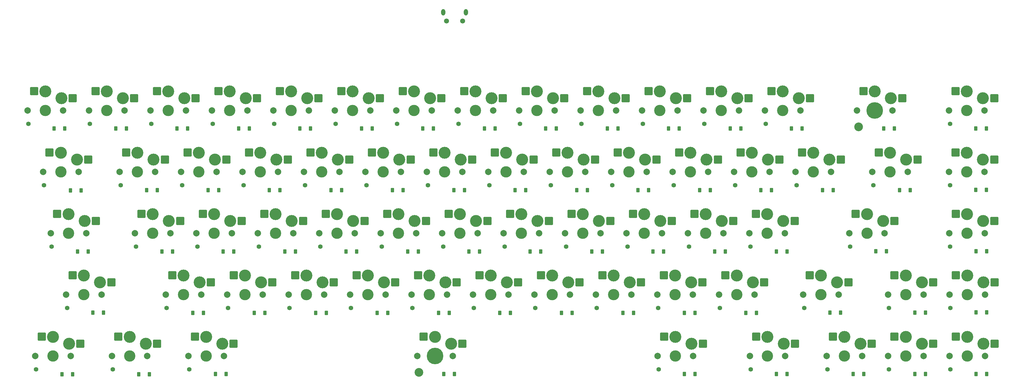
<source format=gbr>
%TF.GenerationSoftware,KiCad,Pcbnew,(6.0.1-0)*%
%TF.CreationDate,2022-09-18T11:43:05-04:00*%
%TF.ProjectId,keeb,6b656562-2e6b-4696-9361-645f70636258,rev?*%
%TF.SameCoordinates,Original*%
%TF.FileFunction,Soldermask,Bot*%
%TF.FilePolarity,Negative*%
%FSLAX46Y46*%
G04 Gerber Fmt 4.6, Leading zero omitted, Abs format (unit mm)*
G04 Created by KiCad (PCBNEW (6.0.1-0)) date 2022-09-18 11:43:05*
%MOMM*%
%LPD*%
G01*
G04 APERTURE LIST*
G04 Aperture macros list*
%AMRoundRect*
0 Rectangle with rounded corners*
0 $1 Rounding radius*
0 $2 $3 $4 $5 $6 $7 $8 $9 X,Y pos of 4 corners*
0 Add a 4 corners polygon primitive as box body*
4,1,4,$2,$3,$4,$5,$6,$7,$8,$9,$2,$3,0*
0 Add four circle primitives for the rounded corners*
1,1,$1+$1,$2,$3*
1,1,$1+$1,$4,$5*
1,1,$1+$1,$6,$7*
1,1,$1+$1,$8,$9*
0 Add four rect primitives between the rounded corners*
20,1,$1+$1,$2,$3,$4,$5,0*
20,1,$1+$1,$4,$5,$6,$7,0*
20,1,$1+$1,$6,$7,$8,$9,0*
20,1,$1+$1,$8,$9,$2,$3,0*%
G04 Aperture macros list end*
%ADD10C,1.550000*%
%ADD11O,1.300000X2.000000*%
%ADD12C,3.500000*%
%ADD13C,2.000000*%
%ADD14RoundRect,0.250000X-1.025000X-1.000000X1.025000X-1.000000X1.025000X1.000000X-1.025000X1.000000X0*%
%ADD15C,1.400000*%
%ADD16C,3.700000*%
%ADD17C,5.150000*%
%ADD18C,2.700000*%
%ADD19RoundRect,0.050000X0.450000X0.600000X-0.450000X0.600000X-0.450000X-0.600000X0.450000X-0.600000X0*%
G04 APERTURE END LIST*
D10*
%TO.C,J1*%
X150500000Y130037500D03*
D11*
X144500000Y132737500D03*
X151500000Y132737500D03*
D10*
X145500000Y130037500D03*
%TD*%
D12*
%TO.C,SW5*%
X23475000Y26100000D03*
D13*
X28975000Y26100000D03*
X17975000Y26100000D03*
D14*
X31975000Y29900000D03*
X19975000Y32100000D03*
D15*
X18255000Y21900000D03*
D16*
X23475000Y32000000D03*
X28475000Y29900000D03*
%TD*%
D14*
%TO.C,SW10*%
X55725000Y29900000D03*
D13*
X52725000Y26100000D03*
D12*
X47225000Y26100000D03*
D15*
X42005000Y21900000D03*
D14*
X43725000Y32100000D03*
D13*
X41725000Y26100000D03*
D16*
X47225000Y32000000D03*
X52225000Y29900000D03*
%TD*%
D12*
%TO.C,SW15*%
X70975000Y26100000D03*
D14*
X67475000Y32100000D03*
D15*
X65755000Y21900000D03*
D13*
X76475000Y26100000D03*
X65475000Y26100000D03*
D14*
X79475000Y29900000D03*
D16*
X70975000Y32000000D03*
X75975000Y29900000D03*
%TD*%
D14*
%TO.C,SW20*%
X274750000Y108300000D03*
D17*
X278250000Y102300000D03*
D13*
X272750000Y102300000D03*
X283750000Y102300000D03*
D18*
X273250000Y97150000D03*
D14*
X286750000Y106100000D03*
D16*
X278250000Y108200000D03*
X283250000Y106100000D03*
%TD*%
D13*
%TO.C,SW25*%
X288500000Y83250000D03*
D14*
X291500000Y87050000D03*
D15*
X277780000Y79050000D03*
D14*
X279500000Y89250000D03*
D12*
X283000000Y83250000D03*
D13*
X277500000Y83250000D03*
D16*
X283000000Y89150000D03*
X288000000Y87050000D03*
%TD*%
D14*
%TO.C,SW30*%
X284325000Y68000000D03*
D13*
X281325000Y64200000D03*
D15*
X270605000Y60000000D03*
D13*
X270325000Y64200000D03*
D12*
X275825000Y64200000D03*
D14*
X272325000Y70200000D03*
D16*
X275825000Y70100000D03*
X280825000Y68000000D03*
%TD*%
D13*
%TO.C,SW35*%
X147400000Y26100000D03*
D17*
X141900000Y26100000D03*
D13*
X136400000Y26100000D03*
D14*
X138400000Y32100000D03*
X150400000Y29900000D03*
D18*
X136900000Y20950000D03*
D16*
X141900000Y32000000D03*
X146900000Y29900000D03*
%TD*%
D15*
%TO.C,SW55*%
X211230000Y21900000D03*
D12*
X216450000Y26100000D03*
D14*
X212950000Y32100000D03*
X224950000Y29900000D03*
D13*
X221950000Y26100000D03*
X210950000Y26100000D03*
D16*
X216450000Y32000000D03*
X221450000Y29900000D03*
%TD*%
D13*
%TO.C,SW60*%
X250500000Y26100000D03*
D14*
X241500000Y32100000D03*
X253500000Y29900000D03*
D13*
X239500000Y26100000D03*
D12*
X245000000Y26100000D03*
D15*
X239780000Y21900000D03*
D16*
X245000000Y32000000D03*
X250000000Y29900000D03*
%TD*%
D13*
%TO.C,SW64*%
X256075000Y45150000D03*
X267075000Y45150000D03*
D15*
X256355000Y40950000D03*
D12*
X261575000Y45150000D03*
D14*
X270075000Y48950000D03*
X258075000Y51150000D03*
D16*
X261575000Y51050000D03*
X266575000Y48950000D03*
%TD*%
D15*
%TO.C,SW1*%
X15880000Y98100000D03*
D13*
X15600000Y102300000D03*
D14*
X29600000Y106100000D03*
X17600000Y108300000D03*
D12*
X21100000Y102300000D03*
D13*
X26600000Y102300000D03*
D16*
X21100000Y108200000D03*
X26100000Y106100000D03*
%TD*%
D14*
%TO.C,SW6*%
X48650000Y106100000D03*
D13*
X45650000Y102300000D03*
D15*
X34930000Y98100000D03*
D13*
X34650000Y102300000D03*
D14*
X36650000Y108300000D03*
D12*
X40150000Y102300000D03*
D16*
X40150000Y108200000D03*
X45150000Y106100000D03*
%TD*%
D14*
%TO.C,SW8*%
X62900000Y68000000D03*
D15*
X49180000Y60000000D03*
D13*
X48900000Y64200000D03*
X59900000Y64200000D03*
D14*
X50900000Y70200000D03*
D12*
X54400000Y64200000D03*
D16*
X54400000Y70100000D03*
X59400000Y68000000D03*
%TD*%
D13*
%TO.C,SW9*%
X58450000Y45150000D03*
X69450000Y45150000D03*
D14*
X72450000Y48950000D03*
D12*
X63950000Y45150000D03*
D14*
X60450000Y51150000D03*
D15*
X58730000Y40950000D03*
D16*
X63950000Y51050000D03*
X68950000Y48950000D03*
%TD*%
D13*
%TO.C,SW11*%
X64700000Y102300000D03*
X53700000Y102300000D03*
D14*
X55700000Y108300000D03*
D12*
X59200000Y102300000D03*
D15*
X53980000Y98100000D03*
D14*
X67700000Y106100000D03*
D16*
X59200000Y108200000D03*
X64200000Y106100000D03*
%TD*%
D14*
%TO.C,SW12*%
X77200000Y87050000D03*
D13*
X63200000Y83250000D03*
D15*
X63480000Y79050000D03*
D14*
X65200000Y89250000D03*
D12*
X68700000Y83250000D03*
D13*
X74200000Y83250000D03*
D16*
X68700000Y89150000D03*
X73700000Y87050000D03*
%TD*%
D12*
%TO.C,SW13*%
X73450000Y64200000D03*
D13*
X78950000Y64200000D03*
X67950000Y64200000D03*
D15*
X68230000Y60000000D03*
D14*
X69950000Y70200000D03*
X81950000Y68000000D03*
D16*
X73450000Y70100000D03*
X78450000Y68000000D03*
%TD*%
D12*
%TO.C,SW14*%
X83000000Y45150000D03*
D14*
X79500000Y51150000D03*
X91500000Y48950000D03*
D15*
X77780000Y40950000D03*
D13*
X77500000Y45150000D03*
X88500000Y45150000D03*
D16*
X83000000Y51050000D03*
X88000000Y48950000D03*
%TD*%
D12*
%TO.C,SW16*%
X78250000Y102300000D03*
D13*
X83750000Y102300000D03*
D14*
X86750000Y106100000D03*
X74750000Y108300000D03*
D13*
X72750000Y102300000D03*
D15*
X73030000Y98100000D03*
D16*
X78250000Y108200000D03*
X83250000Y106100000D03*
%TD*%
D13*
%TO.C,SW17*%
X93250000Y83250000D03*
D14*
X96250000Y87050000D03*
X84250000Y89250000D03*
D13*
X82250000Y83250000D03*
D12*
X87750000Y83250000D03*
D15*
X82530000Y79050000D03*
D16*
X87750000Y89150000D03*
X92750000Y87050000D03*
%TD*%
D13*
%TO.C,SW18*%
X98000000Y64200000D03*
D14*
X101000000Y68000000D03*
D13*
X87000000Y64200000D03*
D12*
X92500000Y64200000D03*
D14*
X89000000Y70200000D03*
D15*
X87280000Y60000000D03*
D16*
X92500000Y70100000D03*
X97500000Y68000000D03*
%TD*%
D15*
%TO.C,SW19*%
X96830000Y40950000D03*
D14*
X110550000Y48950000D03*
D12*
X102050000Y45150000D03*
D13*
X96550000Y45150000D03*
D14*
X98550000Y51150000D03*
D13*
X107550000Y45150000D03*
D16*
X102050000Y51050000D03*
X107050000Y48950000D03*
%TD*%
D14*
%TO.C,SW21*%
X93800000Y108300000D03*
X105800000Y106100000D03*
D12*
X97300000Y102300000D03*
D15*
X92080000Y98100000D03*
D13*
X102800000Y102300000D03*
X91800000Y102300000D03*
D16*
X97300000Y108200000D03*
X102300000Y106100000D03*
%TD*%
D15*
%TO.C,SW22*%
X101580000Y79050000D03*
D14*
X115300000Y87050000D03*
D13*
X112300000Y83250000D03*
D14*
X103300000Y89250000D03*
D13*
X101300000Y83250000D03*
D12*
X106800000Y83250000D03*
D16*
X106800000Y89150000D03*
X111800000Y87050000D03*
%TD*%
D13*
%TO.C,SW23*%
X117050000Y64200000D03*
D14*
X120050000Y68000000D03*
X108050000Y70200000D03*
D12*
X111550000Y64200000D03*
D15*
X106330000Y60000000D03*
D13*
X106050000Y64200000D03*
D16*
X111550000Y70100000D03*
X116550000Y68000000D03*
%TD*%
D13*
%TO.C,SW24*%
X126600000Y45150000D03*
D12*
X121100000Y45150000D03*
D14*
X117600000Y51150000D03*
D13*
X115600000Y45150000D03*
D15*
X115880000Y40950000D03*
D14*
X129600000Y48950000D03*
D16*
X121100000Y51050000D03*
X126100000Y48950000D03*
%TD*%
D12*
%TO.C,SW26*%
X116350000Y102300000D03*
D14*
X112850000Y108300000D03*
X124850000Y106100000D03*
D13*
X110850000Y102300000D03*
X121850000Y102300000D03*
D15*
X111130000Y98100000D03*
D16*
X116350000Y108200000D03*
X121350000Y106100000D03*
%TD*%
D13*
%TO.C,SW27*%
X120350000Y83250000D03*
D14*
X122350000Y89250000D03*
D15*
X120630000Y79050000D03*
D12*
X125850000Y83250000D03*
D13*
X131350000Y83250000D03*
D14*
X134350000Y87050000D03*
D16*
X125850000Y89150000D03*
X130850000Y87050000D03*
%TD*%
D14*
%TO.C,SW28*%
X139100000Y68000000D03*
D13*
X125100000Y64200000D03*
D14*
X127100000Y70200000D03*
D12*
X130600000Y64200000D03*
D15*
X125380000Y60000000D03*
D13*
X136100000Y64200000D03*
D16*
X130600000Y70100000D03*
X135600000Y68000000D03*
%TD*%
D12*
%TO.C,SW29*%
X140150000Y45150000D03*
D14*
X148650000Y48950000D03*
D15*
X134930000Y40950000D03*
D13*
X134650000Y45150000D03*
D14*
X136650000Y51150000D03*
D13*
X145650000Y45150000D03*
D16*
X140150000Y51050000D03*
X145150000Y48950000D03*
%TD*%
D13*
%TO.C,SW31*%
X140900000Y102300000D03*
D15*
X130180000Y98100000D03*
D14*
X131900000Y108300000D03*
X143900000Y106100000D03*
D12*
X135400000Y102300000D03*
D13*
X129900000Y102300000D03*
D16*
X135400000Y108200000D03*
X140400000Y106100000D03*
%TD*%
D12*
%TO.C,SW32*%
X144900000Y83250000D03*
D13*
X139400000Y83250000D03*
D14*
X153400000Y87050000D03*
D15*
X139680000Y79050000D03*
D14*
X141400000Y89250000D03*
D13*
X150400000Y83250000D03*
D16*
X144900000Y89150000D03*
X149900000Y87050000D03*
%TD*%
D14*
%TO.C,SW33*%
X158150000Y68000000D03*
D13*
X144150000Y64200000D03*
D14*
X146150000Y70200000D03*
D13*
X155150000Y64200000D03*
D12*
X149650000Y64200000D03*
D15*
X144430000Y60000000D03*
D16*
X149650000Y70100000D03*
X154650000Y68000000D03*
%TD*%
D13*
%TO.C,SW34*%
X153700000Y45150000D03*
X164700000Y45150000D03*
D14*
X155700000Y51150000D03*
D12*
X159200000Y45150000D03*
D15*
X153980000Y40950000D03*
D14*
X167700000Y48950000D03*
D16*
X159200000Y51050000D03*
X164200000Y48950000D03*
%TD*%
D15*
%TO.C,SW36*%
X149230000Y98100000D03*
D13*
X159950000Y102300000D03*
D14*
X162950000Y106100000D03*
D13*
X148950000Y102300000D03*
D12*
X154450000Y102300000D03*
D14*
X150950000Y108300000D03*
D16*
X154450000Y108200000D03*
X159450000Y106100000D03*
%TD*%
D14*
%TO.C,SW37*%
X172450000Y87050000D03*
D12*
X163950000Y83250000D03*
D13*
X158450000Y83250000D03*
D14*
X160450000Y89250000D03*
D13*
X169450000Y83250000D03*
D15*
X158730000Y79050000D03*
D16*
X163950000Y89150000D03*
X168950000Y87050000D03*
%TD*%
D15*
%TO.C,SW38*%
X163480000Y60000000D03*
D12*
X168700000Y64200000D03*
D13*
X163200000Y64200000D03*
D14*
X165200000Y70200000D03*
D13*
X174200000Y64200000D03*
D14*
X177200000Y68000000D03*
D16*
X168700000Y70100000D03*
X173700000Y68000000D03*
%TD*%
D13*
%TO.C,SW39*%
X172750000Y45150000D03*
D14*
X186750000Y48950000D03*
X174750000Y51150000D03*
D13*
X183750000Y45150000D03*
D15*
X173030000Y40950000D03*
D12*
X178250000Y45150000D03*
D16*
X178250000Y51050000D03*
X183250000Y48950000D03*
%TD*%
D12*
%TO.C,SW40*%
X287850000Y45150000D03*
D14*
X296350000Y48950000D03*
D13*
X293350000Y45150000D03*
D15*
X282630000Y40950000D03*
D14*
X284350000Y51150000D03*
D13*
X282350000Y45150000D03*
D16*
X287850000Y51050000D03*
X292850000Y48950000D03*
%TD*%
D14*
%TO.C,SW41*%
X182000000Y106100000D03*
X170000000Y108300000D03*
D13*
X168000000Y102300000D03*
X179000000Y102300000D03*
D15*
X168280000Y98100000D03*
D12*
X173500000Y102300000D03*
D16*
X173500000Y108200000D03*
X178500000Y106100000D03*
%TD*%
D14*
%TO.C,SW42*%
X179500000Y89250000D03*
D13*
X188500000Y83250000D03*
D15*
X177780000Y79050000D03*
D12*
X183000000Y83250000D03*
D14*
X191500000Y87050000D03*
D13*
X177500000Y83250000D03*
D16*
X183000000Y89150000D03*
X188000000Y87050000D03*
%TD*%
D12*
%TO.C,SW43*%
X187750000Y64200000D03*
D14*
X184250000Y70200000D03*
D15*
X182530000Y60000000D03*
D13*
X182250000Y64200000D03*
X193250000Y64200000D03*
D14*
X196250000Y68000000D03*
D16*
X187750000Y70100000D03*
X192750000Y68000000D03*
%TD*%
D14*
%TO.C,SW44*%
X205800000Y48950000D03*
D15*
X192080000Y40950000D03*
D13*
X202800000Y45150000D03*
D14*
X193800000Y51150000D03*
D13*
X191800000Y45150000D03*
D12*
X197300000Y45150000D03*
D16*
X197300000Y51050000D03*
X202300000Y48950000D03*
%TD*%
D14*
%TO.C,SW45*%
X284350000Y32100000D03*
D13*
X282350000Y26100000D03*
X293350000Y26100000D03*
D14*
X296350000Y29900000D03*
D12*
X287850000Y26100000D03*
D15*
X282630000Y21900000D03*
D16*
X287850000Y32000000D03*
X292850000Y29900000D03*
%TD*%
D15*
%TO.C,SW46*%
X187330000Y98100000D03*
D14*
X189050000Y108300000D03*
X201050000Y106100000D03*
D13*
X187050000Y102300000D03*
D12*
X192550000Y102300000D03*
D13*
X198050000Y102300000D03*
D16*
X192550000Y108200000D03*
X197550000Y106100000D03*
%TD*%
D14*
%TO.C,SW47*%
X198550000Y89250000D03*
D13*
X196550000Y83250000D03*
D14*
X210550000Y87050000D03*
D15*
X196830000Y79050000D03*
D12*
X202050000Y83250000D03*
D13*
X207550000Y83250000D03*
D16*
X202050000Y89150000D03*
X207050000Y87050000D03*
%TD*%
D14*
%TO.C,SW48*%
X203300000Y70200000D03*
X215300000Y68000000D03*
D13*
X201300000Y64200000D03*
X212300000Y64200000D03*
D12*
X206800000Y64200000D03*
D15*
X201580000Y60000000D03*
D16*
X206800000Y70100000D03*
X211800000Y68000000D03*
%TD*%
D13*
%TO.C,SW49*%
X210850000Y45150000D03*
D15*
X211130000Y40950000D03*
D13*
X221850000Y45150000D03*
D14*
X224850000Y48950000D03*
X212850000Y51150000D03*
D12*
X216350000Y45150000D03*
D16*
X216350000Y51050000D03*
X221350000Y48950000D03*
%TD*%
D13*
%TO.C,SW50*%
X301300000Y102300000D03*
D15*
X301580000Y98100000D03*
D14*
X315300000Y106100000D03*
X303300000Y108300000D03*
D12*
X306800000Y102300000D03*
D13*
X312300000Y102300000D03*
D16*
X306800000Y108200000D03*
X311800000Y106100000D03*
%TD*%
D13*
%TO.C,SW51*%
X206100000Y102300000D03*
D12*
X211600000Y102300000D03*
D15*
X206380000Y98100000D03*
D14*
X220100000Y106100000D03*
D13*
X217100000Y102300000D03*
D14*
X208100000Y108300000D03*
D16*
X211600000Y108200000D03*
X216600000Y106100000D03*
%TD*%
D14*
%TO.C,SW52*%
X217600000Y89250000D03*
D15*
X215880000Y79050000D03*
D12*
X221100000Y83250000D03*
D13*
X215600000Y83250000D03*
D14*
X229600000Y87050000D03*
D13*
X226600000Y83250000D03*
D16*
X221100000Y89150000D03*
X226100000Y87050000D03*
%TD*%
D14*
%TO.C,SW53*%
X234350000Y68000000D03*
D12*
X225850000Y64200000D03*
D14*
X222350000Y70200000D03*
D15*
X220630000Y60000000D03*
D13*
X231350000Y64200000D03*
X220350000Y64200000D03*
D16*
X225850000Y70100000D03*
X230850000Y68000000D03*
%TD*%
D13*
%TO.C,SW54*%
X229950000Y45150000D03*
X240950000Y45150000D03*
D12*
X235450000Y45150000D03*
D14*
X243950000Y48950000D03*
X231950000Y51150000D03*
D15*
X230230000Y40950000D03*
D16*
X235450000Y51050000D03*
X240450000Y48950000D03*
%TD*%
D13*
%TO.C,SW56*%
X236150000Y102300000D03*
D14*
X239150000Y106100000D03*
D15*
X225430000Y98100000D03*
D12*
X230650000Y102300000D03*
D13*
X225150000Y102300000D03*
D14*
X227150000Y108300000D03*
D16*
X230650000Y108200000D03*
X235650000Y106100000D03*
%TD*%
D14*
%TO.C,SW57*%
X236650000Y89250000D03*
D15*
X234930000Y79050000D03*
D14*
X248650000Y87050000D03*
D13*
X245650000Y83250000D03*
D12*
X240150000Y83250000D03*
D13*
X234650000Y83250000D03*
D16*
X240150000Y89150000D03*
X245150000Y87050000D03*
%TD*%
D12*
%TO.C,SW58*%
X244900000Y64200000D03*
D13*
X250400000Y64200000D03*
D14*
X253400000Y68000000D03*
X241400000Y70200000D03*
D13*
X239400000Y64200000D03*
D15*
X239680000Y60000000D03*
D16*
X244900000Y70100000D03*
X249900000Y68000000D03*
%TD*%
D14*
%TO.C,SW59*%
X303300000Y89250000D03*
D13*
X301300000Y83250000D03*
D12*
X306800000Y83250000D03*
D14*
X315300000Y87050000D03*
D15*
X301580000Y79050000D03*
D13*
X312300000Y83250000D03*
D16*
X306800000Y89150000D03*
X311800000Y87050000D03*
%TD*%
D13*
%TO.C,SW61*%
X255200000Y102300000D03*
X244200000Y102300000D03*
D12*
X249700000Y102300000D03*
D14*
X258200000Y106100000D03*
X246200000Y108300000D03*
D15*
X244480000Y98100000D03*
D16*
X249700000Y108200000D03*
X254700000Y106100000D03*
%TD*%
D15*
%TO.C,SW62*%
X253980000Y79050000D03*
D12*
X259200000Y83250000D03*
D14*
X267700000Y87050000D03*
D13*
X253700000Y83250000D03*
X264700000Y83250000D03*
D14*
X255700000Y89250000D03*
D16*
X259200000Y89150000D03*
X264200000Y87050000D03*
%TD*%
D14*
%TO.C,SW63*%
X315350000Y68000000D03*
D13*
X312350000Y64200000D03*
D14*
X303350000Y70200000D03*
D13*
X301350000Y64200000D03*
D12*
X306850000Y64200000D03*
D15*
X301630000Y60000000D03*
D16*
X306850000Y70100000D03*
X311850000Y68000000D03*
%TD*%
D13*
%TO.C,SW65*%
X263300000Y26100000D03*
D14*
X277300000Y29900000D03*
D15*
X263580000Y21900000D03*
D13*
X274300000Y26100000D03*
D14*
X265300000Y32100000D03*
D12*
X268800000Y26100000D03*
D16*
X268800000Y32000000D03*
X273800000Y29900000D03*
%TD*%
D14*
%TO.C,SW66*%
X315400000Y48950000D03*
D12*
X306900000Y45150000D03*
D15*
X301680000Y40950000D03*
D14*
X303400000Y51150000D03*
D13*
X301400000Y45150000D03*
X312400000Y45150000D03*
D16*
X306900000Y51050000D03*
X311900000Y48950000D03*
%TD*%
D12*
%TO.C,SW67*%
X306900000Y26100000D03*
D13*
X312400000Y26100000D03*
D15*
X301680000Y21900000D03*
D14*
X303400000Y32100000D03*
D13*
X301400000Y26100000D03*
D14*
X315400000Y29900000D03*
D16*
X306900000Y32000000D03*
X311900000Y29900000D03*
%TD*%
D12*
%TO.C,SW7*%
X49650000Y83250000D03*
D15*
X44430000Y79050000D03*
D13*
X55150000Y83250000D03*
D14*
X58150000Y87050000D03*
D13*
X44150000Y83250000D03*
D14*
X46150000Y89250000D03*
D16*
X49650000Y89150000D03*
X54650000Y87050000D03*
%TD*%
D15*
%TO.C,SW2*%
X20680000Y79050000D03*
D13*
X20400000Y83250000D03*
D12*
X25900000Y83250000D03*
D14*
X22400000Y89250000D03*
D13*
X31400000Y83250000D03*
D14*
X34400000Y87050000D03*
D16*
X25900000Y89150000D03*
X30900000Y87050000D03*
%TD*%
D13*
%TO.C,SW3*%
X33775000Y64200000D03*
D14*
X36775000Y68000000D03*
D12*
X28275000Y64200000D03*
D14*
X24775000Y70200000D03*
D15*
X23055000Y60000000D03*
D13*
X22775000Y64200000D03*
D16*
X28275000Y70100000D03*
X33275000Y68000000D03*
%TD*%
D13*
%TO.C,SW4*%
X38575000Y45150000D03*
D14*
X29575000Y51150000D03*
X41575000Y48950000D03*
D13*
X27575000Y45150000D03*
D15*
X27855000Y40950000D03*
D12*
X33075000Y45150000D03*
D16*
X33075000Y51050000D03*
X38075000Y48950000D03*
%TD*%
D19*
%TO.C,D1*%
X27150000Y96700000D03*
X23850000Y96700000D03*
%TD*%
%TO.C,D2*%
X32175000Y77475000D03*
X28875000Y77475000D03*
%TD*%
%TO.C,D3*%
X34400000Y58525000D03*
X31100000Y58525000D03*
%TD*%
%TO.C,D4*%
X39125000Y39550000D03*
X35825000Y39550000D03*
%TD*%
%TO.C,D5*%
X29550000Y20400000D03*
X26250000Y20400000D03*
%TD*%
%TO.C,D6*%
X46250000Y96700000D03*
X42950000Y96700000D03*
%TD*%
%TO.C,D7*%
X55825000Y77525000D03*
X52525000Y77525000D03*
%TD*%
%TO.C,D8*%
X60525000Y58525000D03*
X57225000Y58525000D03*
%TD*%
%TO.C,D9*%
X70100000Y39425000D03*
X66800000Y39425000D03*
%TD*%
%TO.C,D10*%
X53350000Y20400000D03*
X50050000Y20400000D03*
%TD*%
%TO.C,D11*%
X65250000Y96700000D03*
X61950000Y96700000D03*
%TD*%
%TO.C,D12*%
X74825000Y77525000D03*
X71525000Y77525000D03*
%TD*%
%TO.C,D13*%
X79525000Y58525000D03*
X76225000Y58525000D03*
%TD*%
%TO.C,D14*%
X89200000Y39425000D03*
X85900000Y39425000D03*
%TD*%
%TO.C,D15*%
X77150000Y20500000D03*
X73850000Y20500000D03*
%TD*%
%TO.C,D16*%
X84350000Y96700000D03*
X81050000Y96700000D03*
%TD*%
%TO.C,D17*%
X93825000Y77525000D03*
X90525000Y77525000D03*
%TD*%
%TO.C,D18*%
X98625000Y58525000D03*
X95325000Y58525000D03*
%TD*%
%TO.C,D19*%
X108200000Y39425000D03*
X104900000Y39425000D03*
%TD*%
%TO.C,D21*%
X103350000Y96700000D03*
X100050000Y96700000D03*
%TD*%
%TO.C,D22*%
X112925000Y77525000D03*
X109625000Y77525000D03*
%TD*%
%TO.C,D23*%
X117625000Y58525000D03*
X114325000Y58525000D03*
%TD*%
%TO.C,D24*%
X127300000Y39425000D03*
X124000000Y39425000D03*
%TD*%
%TO.C,D26*%
X122450000Y96700000D03*
X119150000Y96700000D03*
%TD*%
%TO.C,D27*%
X132025000Y77525000D03*
X128725000Y77525000D03*
%TD*%
%TO.C,D28*%
X136725000Y58525000D03*
X133425000Y58525000D03*
%TD*%
%TO.C,D29*%
X146300000Y39425000D03*
X143000000Y39425000D03*
%TD*%
%TO.C,D31*%
X141450000Y96700000D03*
X138150000Y96700000D03*
%TD*%
%TO.C,D32*%
X151025000Y77525000D03*
X147725000Y77525000D03*
%TD*%
%TO.C,D33*%
X155725000Y58525000D03*
X152425000Y58525000D03*
%TD*%
%TO.C,D34*%
X165300000Y39425000D03*
X162000000Y39425000D03*
%TD*%
%TO.C,D35*%
X147950000Y20500000D03*
X144650000Y20500000D03*
%TD*%
%TO.C,D36*%
X160550000Y96700000D03*
X157250000Y96700000D03*
%TD*%
%TO.C,D37*%
X170025000Y77525000D03*
X166725000Y77525000D03*
%TD*%
%TO.C,D38*%
X174725000Y58525000D03*
X171425000Y58525000D03*
%TD*%
%TO.C,D39*%
X184400000Y39425000D03*
X181100000Y39425000D03*
%TD*%
%TO.C,D41*%
X179550000Y96700000D03*
X176250000Y96700000D03*
%TD*%
%TO.C,D42*%
X189125000Y77525000D03*
X185825000Y77525000D03*
%TD*%
%TO.C,D43*%
X193825000Y58525000D03*
X190525000Y58525000D03*
%TD*%
%TO.C,D44*%
X203500000Y39425000D03*
X200200000Y39425000D03*
%TD*%
%TO.C,D46*%
X198650000Y96700000D03*
X195350000Y96700000D03*
%TD*%
%TO.C,D47*%
X208125000Y77525000D03*
X204825000Y77525000D03*
%TD*%
%TO.C,D48*%
X212825000Y58525000D03*
X209525000Y58525000D03*
%TD*%
%TO.C,D49*%
X222500000Y39425000D03*
X219200000Y39425000D03*
%TD*%
%TO.C,D51*%
X217650000Y96700000D03*
X214350000Y96700000D03*
%TD*%
%TO.C,D52*%
X227225000Y77525000D03*
X223925000Y77525000D03*
%TD*%
%TO.C,D53*%
X231925000Y58525000D03*
X228625000Y58525000D03*
%TD*%
%TO.C,D54*%
X241600000Y39425000D03*
X238300000Y39425000D03*
%TD*%
%TO.C,D55*%
X222550000Y20500000D03*
X219250000Y20500000D03*
%TD*%
%TO.C,D56*%
X236750000Y96700000D03*
X233450000Y96700000D03*
%TD*%
%TO.C,D57*%
X246225000Y77525000D03*
X242925000Y77525000D03*
%TD*%
%TO.C,D58*%
X251025000Y58525000D03*
X247725000Y58525000D03*
%TD*%
%TO.C,D60*%
X251050000Y20500000D03*
X247750000Y20500000D03*
%TD*%
%TO.C,D61*%
X255750000Y96700000D03*
X252450000Y96700000D03*
%TD*%
%TO.C,D62*%
X265325000Y77525000D03*
X262025000Y77525000D03*
%TD*%
%TO.C,D64*%
X267650000Y39525000D03*
X264350000Y39525000D03*
%TD*%
%TO.C,D65*%
X274850000Y20500000D03*
X271550000Y20500000D03*
%TD*%
%TO.C,D20*%
X284350000Y96700000D03*
X281050000Y96700000D03*
%TD*%
%TO.C,D25*%
X289250000Y77500000D03*
X285950000Y77500000D03*
%TD*%
%TO.C,D30*%
X281875000Y58550000D03*
X278575000Y58550000D03*
%TD*%
%TO.C,D40*%
X293950000Y39500000D03*
X290650000Y39500000D03*
%TD*%
%TO.C,D45*%
X293950000Y20500000D03*
X290650000Y20500000D03*
%TD*%
%TO.C,D50*%
X312850000Y96700000D03*
X309550000Y96700000D03*
%TD*%
%TO.C,D59*%
X312850000Y77600000D03*
X309550000Y77600000D03*
%TD*%
%TO.C,D63*%
X312950000Y58600000D03*
X309650000Y58600000D03*
%TD*%
%TO.C,D66*%
X312950000Y39600000D03*
X309650000Y39600000D03*
%TD*%
%TO.C,D67*%
X312950000Y20500000D03*
X309650000Y20500000D03*
%TD*%
M02*

</source>
